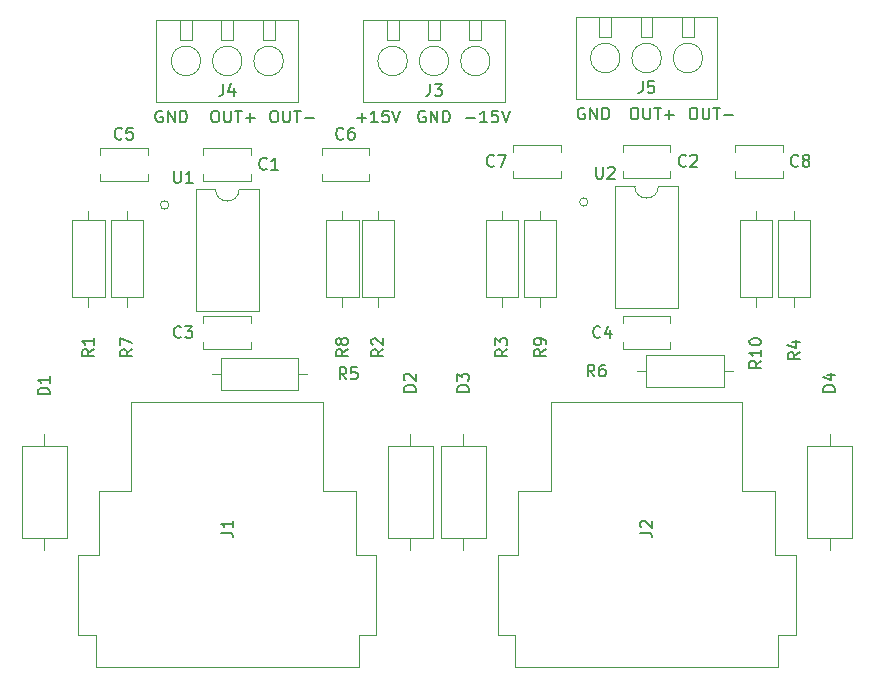
<source format=gbr>
%TF.GenerationSoftware,KiCad,Pcbnew,(5.1.6-0)*%
%TF.CreationDate,2023-05-06T13:17:05-07:00*%
%TF.ProjectId,input_buffer_bal_XLR,696e7075-745f-4627-9566-6665725f6261,rev?*%
%TF.SameCoordinates,Original*%
%TF.FileFunction,Legend,Top*%
%TF.FilePolarity,Positive*%
%FSLAX46Y46*%
G04 Gerber Fmt 4.6, Leading zero omitted, Abs format (unit mm)*
G04 Created by KiCad (PCBNEW (5.1.6-0)) date 2023-05-06 13:17:05*
%MOMM*%
%LPD*%
G01*
G04 APERTURE LIST*
%ADD10C,0.150000*%
%ADD11C,0.120000*%
G04 APERTURE END LIST*
D10*
X124988095Y-111071428D02*
X125750000Y-111071428D01*
X126750000Y-111452380D02*
X126178571Y-111452380D01*
X126464285Y-111452380D02*
X126464285Y-110452380D01*
X126369047Y-110595238D01*
X126273809Y-110690476D01*
X126178571Y-110738095D01*
X127654761Y-110452380D02*
X127178571Y-110452380D01*
X127130952Y-110928571D01*
X127178571Y-110880952D01*
X127273809Y-110833333D01*
X127511904Y-110833333D01*
X127607142Y-110880952D01*
X127654761Y-110928571D01*
X127702380Y-111023809D01*
X127702380Y-111261904D01*
X127654761Y-111357142D01*
X127607142Y-111404761D01*
X127511904Y-111452380D01*
X127273809Y-111452380D01*
X127178571Y-111404761D01*
X127130952Y-111357142D01*
X127988095Y-110452380D02*
X128321428Y-111452380D01*
X128654761Y-110452380D01*
X115738095Y-111071428D02*
X116500000Y-111071428D01*
X116119047Y-111452380D02*
X116119047Y-110690476D01*
X117500000Y-111452380D02*
X116928571Y-111452380D01*
X117214285Y-111452380D02*
X117214285Y-110452380D01*
X117119047Y-110595238D01*
X117023809Y-110690476D01*
X116928571Y-110738095D01*
X118404761Y-110452380D02*
X117928571Y-110452380D01*
X117880952Y-110928571D01*
X117928571Y-110880952D01*
X118023809Y-110833333D01*
X118261904Y-110833333D01*
X118357142Y-110880952D01*
X118404761Y-110928571D01*
X118452380Y-111023809D01*
X118452380Y-111261904D01*
X118404761Y-111357142D01*
X118357142Y-111404761D01*
X118261904Y-111452380D01*
X118023809Y-111452380D01*
X117928571Y-111404761D01*
X117880952Y-111357142D01*
X118738095Y-110452380D02*
X119071428Y-111452380D01*
X119404761Y-110452380D01*
X108630952Y-110452380D02*
X108821428Y-110452380D01*
X108916666Y-110500000D01*
X109011904Y-110595238D01*
X109059523Y-110785714D01*
X109059523Y-111119047D01*
X109011904Y-111309523D01*
X108916666Y-111404761D01*
X108821428Y-111452380D01*
X108630952Y-111452380D01*
X108535714Y-111404761D01*
X108440476Y-111309523D01*
X108392857Y-111119047D01*
X108392857Y-110785714D01*
X108440476Y-110595238D01*
X108535714Y-110500000D01*
X108630952Y-110452380D01*
X109488095Y-110452380D02*
X109488095Y-111261904D01*
X109535714Y-111357142D01*
X109583333Y-111404761D01*
X109678571Y-111452380D01*
X109869047Y-111452380D01*
X109964285Y-111404761D01*
X110011904Y-111357142D01*
X110059523Y-111261904D01*
X110059523Y-110452380D01*
X110392857Y-110452380D02*
X110964285Y-110452380D01*
X110678571Y-111452380D02*
X110678571Y-110452380D01*
X111297619Y-111071428D02*
X112059523Y-111071428D01*
X144130952Y-110202380D02*
X144321428Y-110202380D01*
X144416666Y-110250000D01*
X144511904Y-110345238D01*
X144559523Y-110535714D01*
X144559523Y-110869047D01*
X144511904Y-111059523D01*
X144416666Y-111154761D01*
X144321428Y-111202380D01*
X144130952Y-111202380D01*
X144035714Y-111154761D01*
X143940476Y-111059523D01*
X143892857Y-110869047D01*
X143892857Y-110535714D01*
X143940476Y-110345238D01*
X144035714Y-110250000D01*
X144130952Y-110202380D01*
X144988095Y-110202380D02*
X144988095Y-111011904D01*
X145035714Y-111107142D01*
X145083333Y-111154761D01*
X145178571Y-111202380D01*
X145369047Y-111202380D01*
X145464285Y-111154761D01*
X145511904Y-111107142D01*
X145559523Y-111011904D01*
X145559523Y-110202380D01*
X145892857Y-110202380D02*
X146464285Y-110202380D01*
X146178571Y-111202380D02*
X146178571Y-110202380D01*
X146797619Y-110821428D02*
X147559523Y-110821428D01*
X139130952Y-110202380D02*
X139321428Y-110202380D01*
X139416666Y-110250000D01*
X139511904Y-110345238D01*
X139559523Y-110535714D01*
X139559523Y-110869047D01*
X139511904Y-111059523D01*
X139416666Y-111154761D01*
X139321428Y-111202380D01*
X139130952Y-111202380D01*
X139035714Y-111154761D01*
X138940476Y-111059523D01*
X138892857Y-110869047D01*
X138892857Y-110535714D01*
X138940476Y-110345238D01*
X139035714Y-110250000D01*
X139130952Y-110202380D01*
X139988095Y-110202380D02*
X139988095Y-111011904D01*
X140035714Y-111107142D01*
X140083333Y-111154761D01*
X140178571Y-111202380D01*
X140369047Y-111202380D01*
X140464285Y-111154761D01*
X140511904Y-111107142D01*
X140559523Y-111011904D01*
X140559523Y-110202380D01*
X140892857Y-110202380D02*
X141464285Y-110202380D01*
X141178571Y-111202380D02*
X141178571Y-110202380D01*
X141797619Y-110821428D02*
X142559523Y-110821428D01*
X142178571Y-111202380D02*
X142178571Y-110440476D01*
X103630952Y-110452380D02*
X103821428Y-110452380D01*
X103916666Y-110500000D01*
X104011904Y-110595238D01*
X104059523Y-110785714D01*
X104059523Y-111119047D01*
X104011904Y-111309523D01*
X103916666Y-111404761D01*
X103821428Y-111452380D01*
X103630952Y-111452380D01*
X103535714Y-111404761D01*
X103440476Y-111309523D01*
X103392857Y-111119047D01*
X103392857Y-110785714D01*
X103440476Y-110595238D01*
X103535714Y-110500000D01*
X103630952Y-110452380D01*
X104488095Y-110452380D02*
X104488095Y-111261904D01*
X104535714Y-111357142D01*
X104583333Y-111404761D01*
X104678571Y-111452380D01*
X104869047Y-111452380D01*
X104964285Y-111404761D01*
X105011904Y-111357142D01*
X105059523Y-111261904D01*
X105059523Y-110452380D01*
X105392857Y-110452380D02*
X105964285Y-110452380D01*
X105678571Y-111452380D02*
X105678571Y-110452380D01*
X106297619Y-111071428D02*
X107059523Y-111071428D01*
X106678571Y-111452380D02*
X106678571Y-110690476D01*
X134988095Y-110250000D02*
X134892857Y-110202380D01*
X134750000Y-110202380D01*
X134607142Y-110250000D01*
X134511904Y-110345238D01*
X134464285Y-110440476D01*
X134416666Y-110630952D01*
X134416666Y-110773809D01*
X134464285Y-110964285D01*
X134511904Y-111059523D01*
X134607142Y-111154761D01*
X134750000Y-111202380D01*
X134845238Y-111202380D01*
X134988095Y-111154761D01*
X135035714Y-111107142D01*
X135035714Y-110773809D01*
X134845238Y-110773809D01*
X135464285Y-111202380D02*
X135464285Y-110202380D01*
X136035714Y-111202380D01*
X136035714Y-110202380D01*
X136511904Y-111202380D02*
X136511904Y-110202380D01*
X136750000Y-110202380D01*
X136892857Y-110250000D01*
X136988095Y-110345238D01*
X137035714Y-110440476D01*
X137083333Y-110630952D01*
X137083333Y-110773809D01*
X137035714Y-110964285D01*
X136988095Y-111059523D01*
X136892857Y-111154761D01*
X136750000Y-111202380D01*
X136511904Y-111202380D01*
X121488095Y-110500000D02*
X121392857Y-110452380D01*
X121250000Y-110452380D01*
X121107142Y-110500000D01*
X121011904Y-110595238D01*
X120964285Y-110690476D01*
X120916666Y-110880952D01*
X120916666Y-111023809D01*
X120964285Y-111214285D01*
X121011904Y-111309523D01*
X121107142Y-111404761D01*
X121250000Y-111452380D01*
X121345238Y-111452380D01*
X121488095Y-111404761D01*
X121535714Y-111357142D01*
X121535714Y-111023809D01*
X121345238Y-111023809D01*
X121964285Y-111452380D02*
X121964285Y-110452380D01*
X122535714Y-111452380D01*
X122535714Y-110452380D01*
X123011904Y-111452380D02*
X123011904Y-110452380D01*
X123250000Y-110452380D01*
X123392857Y-110500000D01*
X123488095Y-110595238D01*
X123535714Y-110690476D01*
X123583333Y-110880952D01*
X123583333Y-111023809D01*
X123535714Y-111214285D01*
X123488095Y-111309523D01*
X123392857Y-111404761D01*
X123250000Y-111452380D01*
X123011904Y-111452380D01*
X99238095Y-110500000D02*
X99142857Y-110452380D01*
X99000000Y-110452380D01*
X98857142Y-110500000D01*
X98761904Y-110595238D01*
X98714285Y-110690476D01*
X98666666Y-110880952D01*
X98666666Y-111023809D01*
X98714285Y-111214285D01*
X98761904Y-111309523D01*
X98857142Y-111404761D01*
X99000000Y-111452380D01*
X99095238Y-111452380D01*
X99238095Y-111404761D01*
X99285714Y-111357142D01*
X99285714Y-111023809D01*
X99095238Y-111023809D01*
X99714285Y-111452380D02*
X99714285Y-110452380D01*
X100285714Y-111452380D01*
X100285714Y-110452380D01*
X100761904Y-111452380D02*
X100761904Y-110452380D01*
X101000000Y-110452380D01*
X101142857Y-110500000D01*
X101238095Y-110595238D01*
X101285714Y-110690476D01*
X101333333Y-110880952D01*
X101333333Y-111023809D01*
X101285714Y-111214285D01*
X101238095Y-111309523D01*
X101142857Y-111404761D01*
X101000000Y-111452380D01*
X100761904Y-111452380D01*
D11*
%TO.C,R6*%
X147540000Y-132500000D02*
X146770000Y-132500000D01*
X139460000Y-132500000D02*
X140230000Y-132500000D01*
X146770000Y-131130000D02*
X140230000Y-131130000D01*
X146770000Y-133870000D02*
X146770000Y-131130000D01*
X140230000Y-133870000D02*
X146770000Y-133870000D01*
X140230000Y-131130000D02*
X140230000Y-133870000D01*
%TO.C,U2*%
X139250000Y-116860000D02*
X137600000Y-116860000D01*
X137600000Y-116860000D02*
X137600000Y-127140000D01*
X137600000Y-127140000D02*
X142900000Y-127140000D01*
X142900000Y-127140000D02*
X142900000Y-116860000D01*
X142900000Y-116860000D02*
X141250000Y-116860000D01*
X135293553Y-118190000D02*
G75*
G03*
X135293553Y-118190000I-353553J0D01*
G01*
X141250000Y-116860000D02*
G75*
G02*
X139250000Y-116860000I-1000000J0D01*
G01*
%TO.C,U1*%
X103750000Y-117110000D02*
X102100000Y-117110000D01*
X102100000Y-117110000D02*
X102100000Y-127390000D01*
X102100000Y-127390000D02*
X107400000Y-127390000D01*
X107400000Y-127390000D02*
X107400000Y-117110000D01*
X107400000Y-117110000D02*
X105750000Y-117110000D01*
X99793553Y-118440000D02*
G75*
G03*
X99793553Y-118440000I-353553J0D01*
G01*
X105750000Y-117110000D02*
G75*
G02*
X103750000Y-117110000I-1000000J0D01*
G01*
%TO.C,R10*%
X149500000Y-118960000D02*
X149500000Y-119730000D01*
X149500000Y-127040000D02*
X149500000Y-126270000D01*
X148130000Y-119730000D02*
X148130000Y-126270000D01*
X150870000Y-119730000D02*
X148130000Y-119730000D01*
X150870000Y-126270000D02*
X150870000Y-119730000D01*
X148130000Y-126270000D02*
X150870000Y-126270000D01*
%TO.C,R9*%
X131250000Y-127040000D02*
X131250000Y-126270000D01*
X131250000Y-118960000D02*
X131250000Y-119730000D01*
X132620000Y-126270000D02*
X132620000Y-119730000D01*
X129880000Y-126270000D02*
X132620000Y-126270000D01*
X129880000Y-119730000D02*
X129880000Y-126270000D01*
X132620000Y-119730000D02*
X129880000Y-119730000D01*
%TO.C,R8*%
X114500000Y-118960000D02*
X114500000Y-119730000D01*
X114500000Y-127040000D02*
X114500000Y-126270000D01*
X113130000Y-119730000D02*
X113130000Y-126270000D01*
X115870000Y-119730000D02*
X113130000Y-119730000D01*
X115870000Y-126270000D02*
X115870000Y-119730000D01*
X113130000Y-126270000D02*
X115870000Y-126270000D01*
%TO.C,R7*%
X96250000Y-127040000D02*
X96250000Y-126270000D01*
X96250000Y-118960000D02*
X96250000Y-119730000D01*
X97620000Y-126270000D02*
X97620000Y-119730000D01*
X94880000Y-126270000D02*
X97620000Y-126270000D01*
X94880000Y-119730000D02*
X94880000Y-126270000D01*
X97620000Y-119730000D02*
X94880000Y-119730000D01*
%TO.C,R5*%
X111540000Y-132750000D02*
X110770000Y-132750000D01*
X103460000Y-132750000D02*
X104230000Y-132750000D01*
X110770000Y-131380000D02*
X104230000Y-131380000D01*
X110770000Y-134120000D02*
X110770000Y-131380000D01*
X104230000Y-134120000D02*
X110770000Y-134120000D01*
X104230000Y-131380000D02*
X104230000Y-134120000D01*
%TO.C,R4*%
X152750000Y-127040000D02*
X152750000Y-126270000D01*
X152750000Y-118960000D02*
X152750000Y-119730000D01*
X154120000Y-126270000D02*
X154120000Y-119730000D01*
X151380000Y-126270000D02*
X154120000Y-126270000D01*
X151380000Y-119730000D02*
X151380000Y-126270000D01*
X154120000Y-119730000D02*
X151380000Y-119730000D01*
%TO.C,R3*%
X128000000Y-127040000D02*
X128000000Y-126270000D01*
X128000000Y-118960000D02*
X128000000Y-119730000D01*
X129370000Y-126270000D02*
X129370000Y-119730000D01*
X126630000Y-126270000D02*
X129370000Y-126270000D01*
X126630000Y-119730000D02*
X126630000Y-126270000D01*
X129370000Y-119730000D02*
X126630000Y-119730000D01*
%TO.C,R2*%
X117500000Y-127040000D02*
X117500000Y-126270000D01*
X117500000Y-118960000D02*
X117500000Y-119730000D01*
X118870000Y-126270000D02*
X118870000Y-119730000D01*
X116130000Y-126270000D02*
X118870000Y-126270000D01*
X116130000Y-119730000D02*
X116130000Y-126270000D01*
X118870000Y-119730000D02*
X116130000Y-119730000D01*
%TO.C,R1*%
X93000000Y-127040000D02*
X93000000Y-126270000D01*
X93000000Y-118960000D02*
X93000000Y-119730000D01*
X94370000Y-126270000D02*
X94370000Y-119730000D01*
X91630000Y-126270000D02*
X94370000Y-126270000D01*
X91630000Y-119730000D02*
X91630000Y-126270000D01*
X94370000Y-119730000D02*
X91630000Y-119730000D01*
%TO.C,J2*%
X127630000Y-154860000D02*
X127630000Y-148120000D01*
X152870000Y-154860000D02*
X152870000Y-148120000D01*
X151120000Y-148120000D02*
X152870000Y-148120000D01*
X127630000Y-148120000D02*
X129380000Y-148120000D01*
X151370000Y-154860000D02*
X151370000Y-157560000D01*
X129130000Y-154860000D02*
X129130000Y-157560000D01*
X129130000Y-154860000D02*
X127630000Y-154860000D01*
X152870000Y-154860000D02*
X151370000Y-154860000D01*
X151370000Y-157560000D02*
X129130000Y-157560000D01*
X132130000Y-142620000D02*
X132130000Y-135120000D01*
X148370000Y-135120000D02*
X132130000Y-135120000D01*
X151120000Y-148120000D02*
X151120000Y-142620000D01*
X148370000Y-142620000D02*
X148370000Y-135120000D01*
X132130000Y-142620000D02*
X129380000Y-142620000D01*
X129380000Y-148120000D02*
X129380000Y-142620000D01*
X151120000Y-142620000D02*
X148370000Y-142620000D01*
%TO.C,J1*%
X92130000Y-154860000D02*
X92130000Y-148120000D01*
X117370000Y-154860000D02*
X117370000Y-148120000D01*
X115620000Y-148120000D02*
X117370000Y-148120000D01*
X92130000Y-148120000D02*
X93880000Y-148120000D01*
X115870000Y-154860000D02*
X115870000Y-157560000D01*
X93630000Y-154860000D02*
X93630000Y-157560000D01*
X93630000Y-154860000D02*
X92130000Y-154860000D01*
X117370000Y-154860000D02*
X115870000Y-154860000D01*
X115870000Y-157560000D02*
X93630000Y-157560000D01*
X96630000Y-142620000D02*
X96630000Y-135120000D01*
X112870000Y-135120000D02*
X96630000Y-135120000D01*
X115620000Y-148120000D02*
X115620000Y-142620000D01*
X112870000Y-142620000D02*
X112870000Y-135120000D01*
X96630000Y-142620000D02*
X93880000Y-142620000D01*
X93880000Y-148120000D02*
X93880000Y-142620000D01*
X115620000Y-142620000D02*
X112870000Y-142620000D01*
%TO.C,D4*%
X155750000Y-137840000D02*
X155750000Y-138830000D01*
X155750000Y-147660000D02*
X155750000Y-146670000D01*
X153830000Y-138830000D02*
X153830000Y-146670000D01*
X157670000Y-138830000D02*
X153830000Y-138830000D01*
X157670000Y-146670000D02*
X157670000Y-138830000D01*
X153830000Y-146670000D02*
X157670000Y-146670000D01*
%TO.C,D3*%
X124750000Y-147660000D02*
X124750000Y-146670000D01*
X124750000Y-137840000D02*
X124750000Y-138830000D01*
X126670000Y-146670000D02*
X126670000Y-138830000D01*
X122830000Y-146670000D02*
X126670000Y-146670000D01*
X122830000Y-138830000D02*
X122830000Y-146670000D01*
X126670000Y-138830000D02*
X122830000Y-138830000D01*
%TO.C,D2*%
X120250000Y-137840000D02*
X120250000Y-138830000D01*
X120250000Y-147660000D02*
X120250000Y-146670000D01*
X118330000Y-138830000D02*
X118330000Y-146670000D01*
X122170000Y-138830000D02*
X118330000Y-138830000D01*
X122170000Y-146670000D02*
X122170000Y-138830000D01*
X118330000Y-146670000D02*
X122170000Y-146670000D01*
%TO.C,D1*%
X89250000Y-147660000D02*
X89250000Y-146670000D01*
X89250000Y-137840000D02*
X89250000Y-138830000D01*
X91170000Y-146670000D02*
X91170000Y-138830000D01*
X87330000Y-146670000D02*
X91170000Y-146670000D01*
X87330000Y-138830000D02*
X87330000Y-146670000D01*
X91170000Y-138830000D02*
X87330000Y-138830000D01*
%TO.C,C8*%
X147730000Y-113330000D02*
X151770000Y-113330000D01*
X147730000Y-116170000D02*
X151770000Y-116170000D01*
X147730000Y-113330000D02*
X147730000Y-113955000D01*
X147730000Y-115545000D02*
X147730000Y-116170000D01*
X151770000Y-113330000D02*
X151770000Y-113955000D01*
X151770000Y-115545000D02*
X151770000Y-116170000D01*
%TO.C,C7*%
X128980000Y-113330000D02*
X133020000Y-113330000D01*
X128980000Y-116170000D02*
X133020000Y-116170000D01*
X128980000Y-113330000D02*
X128980000Y-113955000D01*
X128980000Y-115545000D02*
X128980000Y-116170000D01*
X133020000Y-113330000D02*
X133020000Y-113955000D01*
X133020000Y-115545000D02*
X133020000Y-116170000D01*
%TO.C,C6*%
X112730000Y-113580000D02*
X116770000Y-113580000D01*
X112730000Y-116420000D02*
X116770000Y-116420000D01*
X112730000Y-113580000D02*
X112730000Y-114205000D01*
X112730000Y-115795000D02*
X112730000Y-116420000D01*
X116770000Y-113580000D02*
X116770000Y-114205000D01*
X116770000Y-115795000D02*
X116770000Y-116420000D01*
%TO.C,C5*%
X93980000Y-113580000D02*
X98020000Y-113580000D01*
X93980000Y-116420000D02*
X98020000Y-116420000D01*
X93980000Y-113580000D02*
X93980000Y-114205000D01*
X93980000Y-115795000D02*
X93980000Y-116420000D01*
X98020000Y-113580000D02*
X98020000Y-114205000D01*
X98020000Y-115795000D02*
X98020000Y-116420000D01*
%TO.C,C4*%
X142270000Y-130670000D02*
X138230000Y-130670000D01*
X142270000Y-127830000D02*
X138230000Y-127830000D01*
X142270000Y-130670000D02*
X142270000Y-130045000D01*
X142270000Y-128455000D02*
X142270000Y-127830000D01*
X138230000Y-130670000D02*
X138230000Y-130045000D01*
X138230000Y-128455000D02*
X138230000Y-127830000D01*
%TO.C,C3*%
X106770000Y-130670000D02*
X102730000Y-130670000D01*
X106770000Y-127830000D02*
X102730000Y-127830000D01*
X106770000Y-130670000D02*
X106770000Y-130045000D01*
X106770000Y-128455000D02*
X106770000Y-127830000D01*
X102730000Y-130670000D02*
X102730000Y-130045000D01*
X102730000Y-128455000D02*
X102730000Y-127830000D01*
%TO.C,C2*%
X142270000Y-116170000D02*
X138230000Y-116170000D01*
X142270000Y-113330000D02*
X138230000Y-113330000D01*
X142270000Y-116170000D02*
X142270000Y-115545000D01*
X142270000Y-113955000D02*
X142270000Y-113330000D01*
X138230000Y-116170000D02*
X138230000Y-115545000D01*
X138230000Y-113955000D02*
X138230000Y-113330000D01*
%TO.C,C1*%
X106770000Y-116420000D02*
X102730000Y-116420000D01*
X106770000Y-113580000D02*
X102730000Y-113580000D01*
X106770000Y-116420000D02*
X106770000Y-115795000D01*
X106770000Y-114205000D02*
X106770000Y-113580000D01*
X102730000Y-116420000D02*
X102730000Y-115795000D01*
X102730000Y-114205000D02*
X102730000Y-113580000D01*
%TO.C,J5*%
X134250000Y-109500000D02*
X134250000Y-102500000D01*
X146250000Y-109500000D02*
X146250000Y-102500000D01*
X134250000Y-102500000D02*
X146250000Y-102500000D01*
X134250000Y-109500000D02*
X146250000Y-109500000D01*
X138000000Y-106000000D02*
G75*
G03*
X138000000Y-106000000I-1250000J0D01*
G01*
X141500000Y-106000000D02*
G75*
G03*
X141500000Y-106000000I-1250000J0D01*
G01*
X145000000Y-106000000D02*
G75*
G03*
X145000000Y-106000000I-1250000J0D01*
G01*
X144250000Y-104250000D02*
X143250000Y-104250000D01*
X143250000Y-104250000D02*
X143250000Y-102500000D01*
X144250000Y-104250000D02*
X144250000Y-102500000D01*
X140750000Y-102500000D02*
X140750000Y-104250000D01*
X140750000Y-104250000D02*
X139750000Y-104250000D01*
X139750000Y-104250000D02*
X139750000Y-102500000D01*
X137250000Y-102500000D02*
X137250000Y-104250000D01*
X137250000Y-104250000D02*
X136250000Y-104250000D01*
X136250000Y-104250000D02*
X136250000Y-102500000D01*
%TO.C,J4*%
X98750000Y-109750000D02*
X98750000Y-102750000D01*
X110750000Y-109750000D02*
X110750000Y-102750000D01*
X98750000Y-102750000D02*
X110750000Y-102750000D01*
X98750000Y-109750000D02*
X110750000Y-109750000D01*
X102500000Y-106250000D02*
G75*
G03*
X102500000Y-106250000I-1250000J0D01*
G01*
X106000000Y-106250000D02*
G75*
G03*
X106000000Y-106250000I-1250000J0D01*
G01*
X109500000Y-106250000D02*
G75*
G03*
X109500000Y-106250000I-1250000J0D01*
G01*
X108750000Y-104500000D02*
X107750000Y-104500000D01*
X107750000Y-104500000D02*
X107750000Y-102750000D01*
X108750000Y-104500000D02*
X108750000Y-102750000D01*
X105250000Y-102750000D02*
X105250000Y-104500000D01*
X105250000Y-104500000D02*
X104250000Y-104500000D01*
X104250000Y-104500000D02*
X104250000Y-102750000D01*
X101750000Y-102750000D02*
X101750000Y-104500000D01*
X101750000Y-104500000D02*
X100750000Y-104500000D01*
X100750000Y-104500000D02*
X100750000Y-102750000D01*
%TO.C,J3*%
X116250000Y-109750000D02*
X116250000Y-102750000D01*
X128250000Y-109750000D02*
X128250000Y-102750000D01*
X116250000Y-102750000D02*
X128250000Y-102750000D01*
X116250000Y-109750000D02*
X128250000Y-109750000D01*
X120000000Y-106250000D02*
G75*
G03*
X120000000Y-106250000I-1250000J0D01*
G01*
X123500000Y-106250000D02*
G75*
G03*
X123500000Y-106250000I-1250000J0D01*
G01*
X127000000Y-106250000D02*
G75*
G03*
X127000000Y-106250000I-1250000J0D01*
G01*
X126250000Y-104500000D02*
X125250000Y-104500000D01*
X125250000Y-104500000D02*
X125250000Y-102750000D01*
X126250000Y-104500000D02*
X126250000Y-102750000D01*
X122750000Y-102750000D02*
X122750000Y-104500000D01*
X122750000Y-104500000D02*
X121750000Y-104500000D01*
X121750000Y-104500000D02*
X121750000Y-102750000D01*
X119250000Y-102750000D02*
X119250000Y-104500000D01*
X119250000Y-104500000D02*
X118250000Y-104500000D01*
X118250000Y-104500000D02*
X118250000Y-102750000D01*
%TO.C,R6*%
D10*
X135833333Y-132952380D02*
X135500000Y-132476190D01*
X135261904Y-132952380D02*
X135261904Y-131952380D01*
X135642857Y-131952380D01*
X135738095Y-132000000D01*
X135785714Y-132047619D01*
X135833333Y-132142857D01*
X135833333Y-132285714D01*
X135785714Y-132380952D01*
X135738095Y-132428571D01*
X135642857Y-132476190D01*
X135261904Y-132476190D01*
X136690476Y-131952380D02*
X136500000Y-131952380D01*
X136404761Y-132000000D01*
X136357142Y-132047619D01*
X136261904Y-132190476D01*
X136214285Y-132380952D01*
X136214285Y-132761904D01*
X136261904Y-132857142D01*
X136309523Y-132904761D01*
X136404761Y-132952380D01*
X136595238Y-132952380D01*
X136690476Y-132904761D01*
X136738095Y-132857142D01*
X136785714Y-132761904D01*
X136785714Y-132523809D01*
X136738095Y-132428571D01*
X136690476Y-132380952D01*
X136595238Y-132333333D01*
X136404761Y-132333333D01*
X136309523Y-132380952D01*
X136261904Y-132428571D01*
X136214285Y-132523809D01*
%TO.C,U2*%
X135988095Y-115202380D02*
X135988095Y-116011904D01*
X136035714Y-116107142D01*
X136083333Y-116154761D01*
X136178571Y-116202380D01*
X136369047Y-116202380D01*
X136464285Y-116154761D01*
X136511904Y-116107142D01*
X136559523Y-116011904D01*
X136559523Y-115202380D01*
X136988095Y-115297619D02*
X137035714Y-115250000D01*
X137130952Y-115202380D01*
X137369047Y-115202380D01*
X137464285Y-115250000D01*
X137511904Y-115297619D01*
X137559523Y-115392857D01*
X137559523Y-115488095D01*
X137511904Y-115630952D01*
X136940476Y-116202380D01*
X137559523Y-116202380D01*
%TO.C,U1*%
X100238095Y-115562380D02*
X100238095Y-116371904D01*
X100285714Y-116467142D01*
X100333333Y-116514761D01*
X100428571Y-116562380D01*
X100619047Y-116562380D01*
X100714285Y-116514761D01*
X100761904Y-116467142D01*
X100809523Y-116371904D01*
X100809523Y-115562380D01*
X101809523Y-116562380D02*
X101238095Y-116562380D01*
X101523809Y-116562380D02*
X101523809Y-115562380D01*
X101428571Y-115705238D01*
X101333333Y-115800476D01*
X101238095Y-115848095D01*
%TO.C,R10*%
X149952380Y-131642857D02*
X149476190Y-131976190D01*
X149952380Y-132214285D02*
X148952380Y-132214285D01*
X148952380Y-131833333D01*
X149000000Y-131738095D01*
X149047619Y-131690476D01*
X149142857Y-131642857D01*
X149285714Y-131642857D01*
X149380952Y-131690476D01*
X149428571Y-131738095D01*
X149476190Y-131833333D01*
X149476190Y-132214285D01*
X149952380Y-130690476D02*
X149952380Y-131261904D01*
X149952380Y-130976190D02*
X148952380Y-130976190D01*
X149095238Y-131071428D01*
X149190476Y-131166666D01*
X149238095Y-131261904D01*
X148952380Y-130071428D02*
X148952380Y-129976190D01*
X149000000Y-129880952D01*
X149047619Y-129833333D01*
X149142857Y-129785714D01*
X149333333Y-129738095D01*
X149571428Y-129738095D01*
X149761904Y-129785714D01*
X149857142Y-129833333D01*
X149904761Y-129880952D01*
X149952380Y-129976190D01*
X149952380Y-130071428D01*
X149904761Y-130166666D01*
X149857142Y-130214285D01*
X149761904Y-130261904D01*
X149571428Y-130309523D01*
X149333333Y-130309523D01*
X149142857Y-130261904D01*
X149047619Y-130214285D01*
X149000000Y-130166666D01*
X148952380Y-130071428D01*
%TO.C,R9*%
X131702380Y-130666666D02*
X131226190Y-131000000D01*
X131702380Y-131238095D02*
X130702380Y-131238095D01*
X130702380Y-130857142D01*
X130750000Y-130761904D01*
X130797619Y-130714285D01*
X130892857Y-130666666D01*
X131035714Y-130666666D01*
X131130952Y-130714285D01*
X131178571Y-130761904D01*
X131226190Y-130857142D01*
X131226190Y-131238095D01*
X131702380Y-130190476D02*
X131702380Y-130000000D01*
X131654761Y-129904761D01*
X131607142Y-129857142D01*
X131464285Y-129761904D01*
X131273809Y-129714285D01*
X130892857Y-129714285D01*
X130797619Y-129761904D01*
X130750000Y-129809523D01*
X130702380Y-129904761D01*
X130702380Y-130095238D01*
X130750000Y-130190476D01*
X130797619Y-130238095D01*
X130892857Y-130285714D01*
X131130952Y-130285714D01*
X131226190Y-130238095D01*
X131273809Y-130190476D01*
X131321428Y-130095238D01*
X131321428Y-129904761D01*
X131273809Y-129809523D01*
X131226190Y-129761904D01*
X131130952Y-129714285D01*
%TO.C,R8*%
X114952380Y-130666666D02*
X114476190Y-131000000D01*
X114952380Y-131238095D02*
X113952380Y-131238095D01*
X113952380Y-130857142D01*
X114000000Y-130761904D01*
X114047619Y-130714285D01*
X114142857Y-130666666D01*
X114285714Y-130666666D01*
X114380952Y-130714285D01*
X114428571Y-130761904D01*
X114476190Y-130857142D01*
X114476190Y-131238095D01*
X114380952Y-130095238D02*
X114333333Y-130190476D01*
X114285714Y-130238095D01*
X114190476Y-130285714D01*
X114142857Y-130285714D01*
X114047619Y-130238095D01*
X114000000Y-130190476D01*
X113952380Y-130095238D01*
X113952380Y-129904761D01*
X114000000Y-129809523D01*
X114047619Y-129761904D01*
X114142857Y-129714285D01*
X114190476Y-129714285D01*
X114285714Y-129761904D01*
X114333333Y-129809523D01*
X114380952Y-129904761D01*
X114380952Y-130095238D01*
X114428571Y-130190476D01*
X114476190Y-130238095D01*
X114571428Y-130285714D01*
X114761904Y-130285714D01*
X114857142Y-130238095D01*
X114904761Y-130190476D01*
X114952380Y-130095238D01*
X114952380Y-129904761D01*
X114904761Y-129809523D01*
X114857142Y-129761904D01*
X114761904Y-129714285D01*
X114571428Y-129714285D01*
X114476190Y-129761904D01*
X114428571Y-129809523D01*
X114380952Y-129904761D01*
%TO.C,R7*%
X96702380Y-130666666D02*
X96226190Y-131000000D01*
X96702380Y-131238095D02*
X95702380Y-131238095D01*
X95702380Y-130857142D01*
X95750000Y-130761904D01*
X95797619Y-130714285D01*
X95892857Y-130666666D01*
X96035714Y-130666666D01*
X96130952Y-130714285D01*
X96178571Y-130761904D01*
X96226190Y-130857142D01*
X96226190Y-131238095D01*
X95702380Y-130333333D02*
X95702380Y-129666666D01*
X96702380Y-130095238D01*
%TO.C,R5*%
X114833333Y-133202380D02*
X114500000Y-132726190D01*
X114261904Y-133202380D02*
X114261904Y-132202380D01*
X114642857Y-132202380D01*
X114738095Y-132250000D01*
X114785714Y-132297619D01*
X114833333Y-132392857D01*
X114833333Y-132535714D01*
X114785714Y-132630952D01*
X114738095Y-132678571D01*
X114642857Y-132726190D01*
X114261904Y-132726190D01*
X115738095Y-132202380D02*
X115261904Y-132202380D01*
X115214285Y-132678571D01*
X115261904Y-132630952D01*
X115357142Y-132583333D01*
X115595238Y-132583333D01*
X115690476Y-132630952D01*
X115738095Y-132678571D01*
X115785714Y-132773809D01*
X115785714Y-133011904D01*
X115738095Y-133107142D01*
X115690476Y-133154761D01*
X115595238Y-133202380D01*
X115357142Y-133202380D01*
X115261904Y-133154761D01*
X115214285Y-133107142D01*
%TO.C,R4*%
X153202380Y-130916666D02*
X152726190Y-131250000D01*
X153202380Y-131488095D02*
X152202380Y-131488095D01*
X152202380Y-131107142D01*
X152250000Y-131011904D01*
X152297619Y-130964285D01*
X152392857Y-130916666D01*
X152535714Y-130916666D01*
X152630952Y-130964285D01*
X152678571Y-131011904D01*
X152726190Y-131107142D01*
X152726190Y-131488095D01*
X152535714Y-130059523D02*
X153202380Y-130059523D01*
X152154761Y-130297619D02*
X152869047Y-130535714D01*
X152869047Y-129916666D01*
%TO.C,R3*%
X128452380Y-130666666D02*
X127976190Y-131000000D01*
X128452380Y-131238095D02*
X127452380Y-131238095D01*
X127452380Y-130857142D01*
X127500000Y-130761904D01*
X127547619Y-130714285D01*
X127642857Y-130666666D01*
X127785714Y-130666666D01*
X127880952Y-130714285D01*
X127928571Y-130761904D01*
X127976190Y-130857142D01*
X127976190Y-131238095D01*
X127452380Y-130333333D02*
X127452380Y-129714285D01*
X127833333Y-130047619D01*
X127833333Y-129904761D01*
X127880952Y-129809523D01*
X127928571Y-129761904D01*
X128023809Y-129714285D01*
X128261904Y-129714285D01*
X128357142Y-129761904D01*
X128404761Y-129809523D01*
X128452380Y-129904761D01*
X128452380Y-130190476D01*
X128404761Y-130285714D01*
X128357142Y-130333333D01*
%TO.C,R2*%
X117952380Y-130666666D02*
X117476190Y-131000000D01*
X117952380Y-131238095D02*
X116952380Y-131238095D01*
X116952380Y-130857142D01*
X117000000Y-130761904D01*
X117047619Y-130714285D01*
X117142857Y-130666666D01*
X117285714Y-130666666D01*
X117380952Y-130714285D01*
X117428571Y-130761904D01*
X117476190Y-130857142D01*
X117476190Y-131238095D01*
X117047619Y-130285714D02*
X117000000Y-130238095D01*
X116952380Y-130142857D01*
X116952380Y-129904761D01*
X117000000Y-129809523D01*
X117047619Y-129761904D01*
X117142857Y-129714285D01*
X117238095Y-129714285D01*
X117380952Y-129761904D01*
X117952380Y-130333333D01*
X117952380Y-129714285D01*
%TO.C,R1*%
X93452380Y-130666666D02*
X92976190Y-131000000D01*
X93452380Y-131238095D02*
X92452380Y-131238095D01*
X92452380Y-130857142D01*
X92500000Y-130761904D01*
X92547619Y-130714285D01*
X92642857Y-130666666D01*
X92785714Y-130666666D01*
X92880952Y-130714285D01*
X92928571Y-130761904D01*
X92976190Y-130857142D01*
X92976190Y-131238095D01*
X93452380Y-129714285D02*
X93452380Y-130285714D01*
X93452380Y-130000000D02*
X92452380Y-130000000D01*
X92595238Y-130095238D01*
X92690476Y-130190476D01*
X92738095Y-130285714D01*
%TO.C,J2*%
X139712380Y-146173333D02*
X140426666Y-146173333D01*
X140569523Y-146220952D01*
X140664761Y-146316190D01*
X140712380Y-146459047D01*
X140712380Y-146554285D01*
X139807619Y-145744761D02*
X139760000Y-145697142D01*
X139712380Y-145601904D01*
X139712380Y-145363809D01*
X139760000Y-145268571D01*
X139807619Y-145220952D01*
X139902857Y-145173333D01*
X139998095Y-145173333D01*
X140140952Y-145220952D01*
X140712380Y-145792380D01*
X140712380Y-145173333D01*
%TO.C,J1*%
X104212380Y-146173333D02*
X104926666Y-146173333D01*
X105069523Y-146220952D01*
X105164761Y-146316190D01*
X105212380Y-146459047D01*
X105212380Y-146554285D01*
X105212380Y-145173333D02*
X105212380Y-145744761D01*
X105212380Y-145459047D02*
X104212380Y-145459047D01*
X104355238Y-145554285D01*
X104450476Y-145649523D01*
X104498095Y-145744761D01*
%TO.C,D4*%
X156202380Y-134238095D02*
X155202380Y-134238095D01*
X155202380Y-134000000D01*
X155250000Y-133857142D01*
X155345238Y-133761904D01*
X155440476Y-133714285D01*
X155630952Y-133666666D01*
X155773809Y-133666666D01*
X155964285Y-133714285D01*
X156059523Y-133761904D01*
X156154761Y-133857142D01*
X156202380Y-134000000D01*
X156202380Y-134238095D01*
X155535714Y-132809523D02*
X156202380Y-132809523D01*
X155154761Y-133047619D02*
X155869047Y-133285714D01*
X155869047Y-132666666D01*
%TO.C,D3*%
X125202380Y-134238095D02*
X124202380Y-134238095D01*
X124202380Y-134000000D01*
X124250000Y-133857142D01*
X124345238Y-133761904D01*
X124440476Y-133714285D01*
X124630952Y-133666666D01*
X124773809Y-133666666D01*
X124964285Y-133714285D01*
X125059523Y-133761904D01*
X125154761Y-133857142D01*
X125202380Y-134000000D01*
X125202380Y-134238095D01*
X124202380Y-133333333D02*
X124202380Y-132714285D01*
X124583333Y-133047619D01*
X124583333Y-132904761D01*
X124630952Y-132809523D01*
X124678571Y-132761904D01*
X124773809Y-132714285D01*
X125011904Y-132714285D01*
X125107142Y-132761904D01*
X125154761Y-132809523D01*
X125202380Y-132904761D01*
X125202380Y-133190476D01*
X125154761Y-133285714D01*
X125107142Y-133333333D01*
%TO.C,D2*%
X120702380Y-134238095D02*
X119702380Y-134238095D01*
X119702380Y-134000000D01*
X119750000Y-133857142D01*
X119845238Y-133761904D01*
X119940476Y-133714285D01*
X120130952Y-133666666D01*
X120273809Y-133666666D01*
X120464285Y-133714285D01*
X120559523Y-133761904D01*
X120654761Y-133857142D01*
X120702380Y-134000000D01*
X120702380Y-134238095D01*
X119797619Y-133285714D02*
X119750000Y-133238095D01*
X119702380Y-133142857D01*
X119702380Y-132904761D01*
X119750000Y-132809523D01*
X119797619Y-132761904D01*
X119892857Y-132714285D01*
X119988095Y-132714285D01*
X120130952Y-132761904D01*
X120702380Y-133333333D01*
X120702380Y-132714285D01*
%TO.C,D1*%
X89702380Y-134488095D02*
X88702380Y-134488095D01*
X88702380Y-134250000D01*
X88750000Y-134107142D01*
X88845238Y-134011904D01*
X88940476Y-133964285D01*
X89130952Y-133916666D01*
X89273809Y-133916666D01*
X89464285Y-133964285D01*
X89559523Y-134011904D01*
X89654761Y-134107142D01*
X89702380Y-134250000D01*
X89702380Y-134488095D01*
X89702380Y-132964285D02*
X89702380Y-133535714D01*
X89702380Y-133250000D02*
X88702380Y-133250000D01*
X88845238Y-133345238D01*
X88940476Y-133440476D01*
X88988095Y-133535714D01*
%TO.C,C8*%
X153083333Y-115107142D02*
X153035714Y-115154761D01*
X152892857Y-115202380D01*
X152797619Y-115202380D01*
X152654761Y-115154761D01*
X152559523Y-115059523D01*
X152511904Y-114964285D01*
X152464285Y-114773809D01*
X152464285Y-114630952D01*
X152511904Y-114440476D01*
X152559523Y-114345238D01*
X152654761Y-114250000D01*
X152797619Y-114202380D01*
X152892857Y-114202380D01*
X153035714Y-114250000D01*
X153083333Y-114297619D01*
X153654761Y-114630952D02*
X153559523Y-114583333D01*
X153511904Y-114535714D01*
X153464285Y-114440476D01*
X153464285Y-114392857D01*
X153511904Y-114297619D01*
X153559523Y-114250000D01*
X153654761Y-114202380D01*
X153845238Y-114202380D01*
X153940476Y-114250000D01*
X153988095Y-114297619D01*
X154035714Y-114392857D01*
X154035714Y-114440476D01*
X153988095Y-114535714D01*
X153940476Y-114583333D01*
X153845238Y-114630952D01*
X153654761Y-114630952D01*
X153559523Y-114678571D01*
X153511904Y-114726190D01*
X153464285Y-114821428D01*
X153464285Y-115011904D01*
X153511904Y-115107142D01*
X153559523Y-115154761D01*
X153654761Y-115202380D01*
X153845238Y-115202380D01*
X153940476Y-115154761D01*
X153988095Y-115107142D01*
X154035714Y-115011904D01*
X154035714Y-114821428D01*
X153988095Y-114726190D01*
X153940476Y-114678571D01*
X153845238Y-114630952D01*
%TO.C,C7*%
X127333333Y-115107142D02*
X127285714Y-115154761D01*
X127142857Y-115202380D01*
X127047619Y-115202380D01*
X126904761Y-115154761D01*
X126809523Y-115059523D01*
X126761904Y-114964285D01*
X126714285Y-114773809D01*
X126714285Y-114630952D01*
X126761904Y-114440476D01*
X126809523Y-114345238D01*
X126904761Y-114250000D01*
X127047619Y-114202380D01*
X127142857Y-114202380D01*
X127285714Y-114250000D01*
X127333333Y-114297619D01*
X127666666Y-114202380D02*
X128333333Y-114202380D01*
X127904761Y-115202380D01*
%TO.C,C6*%
X114583333Y-112807142D02*
X114535714Y-112854761D01*
X114392857Y-112902380D01*
X114297619Y-112902380D01*
X114154761Y-112854761D01*
X114059523Y-112759523D01*
X114011904Y-112664285D01*
X113964285Y-112473809D01*
X113964285Y-112330952D01*
X114011904Y-112140476D01*
X114059523Y-112045238D01*
X114154761Y-111950000D01*
X114297619Y-111902380D01*
X114392857Y-111902380D01*
X114535714Y-111950000D01*
X114583333Y-111997619D01*
X115440476Y-111902380D02*
X115250000Y-111902380D01*
X115154761Y-111950000D01*
X115107142Y-111997619D01*
X115011904Y-112140476D01*
X114964285Y-112330952D01*
X114964285Y-112711904D01*
X115011904Y-112807142D01*
X115059523Y-112854761D01*
X115154761Y-112902380D01*
X115345238Y-112902380D01*
X115440476Y-112854761D01*
X115488095Y-112807142D01*
X115535714Y-112711904D01*
X115535714Y-112473809D01*
X115488095Y-112378571D01*
X115440476Y-112330952D01*
X115345238Y-112283333D01*
X115154761Y-112283333D01*
X115059523Y-112330952D01*
X115011904Y-112378571D01*
X114964285Y-112473809D01*
%TO.C,C5*%
X95833333Y-112807142D02*
X95785714Y-112854761D01*
X95642857Y-112902380D01*
X95547619Y-112902380D01*
X95404761Y-112854761D01*
X95309523Y-112759523D01*
X95261904Y-112664285D01*
X95214285Y-112473809D01*
X95214285Y-112330952D01*
X95261904Y-112140476D01*
X95309523Y-112045238D01*
X95404761Y-111950000D01*
X95547619Y-111902380D01*
X95642857Y-111902380D01*
X95785714Y-111950000D01*
X95833333Y-111997619D01*
X96738095Y-111902380D02*
X96261904Y-111902380D01*
X96214285Y-112378571D01*
X96261904Y-112330952D01*
X96357142Y-112283333D01*
X96595238Y-112283333D01*
X96690476Y-112330952D01*
X96738095Y-112378571D01*
X96785714Y-112473809D01*
X96785714Y-112711904D01*
X96738095Y-112807142D01*
X96690476Y-112854761D01*
X96595238Y-112902380D01*
X96357142Y-112902380D01*
X96261904Y-112854761D01*
X96214285Y-112807142D01*
%TO.C,C4*%
X136333333Y-129607142D02*
X136285714Y-129654761D01*
X136142857Y-129702380D01*
X136047619Y-129702380D01*
X135904761Y-129654761D01*
X135809523Y-129559523D01*
X135761904Y-129464285D01*
X135714285Y-129273809D01*
X135714285Y-129130952D01*
X135761904Y-128940476D01*
X135809523Y-128845238D01*
X135904761Y-128750000D01*
X136047619Y-128702380D01*
X136142857Y-128702380D01*
X136285714Y-128750000D01*
X136333333Y-128797619D01*
X137190476Y-129035714D02*
X137190476Y-129702380D01*
X136952380Y-128654761D02*
X136714285Y-129369047D01*
X137333333Y-129369047D01*
%TO.C,C3*%
X100833333Y-129607142D02*
X100785714Y-129654761D01*
X100642857Y-129702380D01*
X100547619Y-129702380D01*
X100404761Y-129654761D01*
X100309523Y-129559523D01*
X100261904Y-129464285D01*
X100214285Y-129273809D01*
X100214285Y-129130952D01*
X100261904Y-128940476D01*
X100309523Y-128845238D01*
X100404761Y-128750000D01*
X100547619Y-128702380D01*
X100642857Y-128702380D01*
X100785714Y-128750000D01*
X100833333Y-128797619D01*
X101166666Y-128702380D02*
X101785714Y-128702380D01*
X101452380Y-129083333D01*
X101595238Y-129083333D01*
X101690476Y-129130952D01*
X101738095Y-129178571D01*
X101785714Y-129273809D01*
X101785714Y-129511904D01*
X101738095Y-129607142D01*
X101690476Y-129654761D01*
X101595238Y-129702380D01*
X101309523Y-129702380D01*
X101214285Y-129654761D01*
X101166666Y-129607142D01*
%TO.C,C2*%
X143583333Y-115107142D02*
X143535714Y-115154761D01*
X143392857Y-115202380D01*
X143297619Y-115202380D01*
X143154761Y-115154761D01*
X143059523Y-115059523D01*
X143011904Y-114964285D01*
X142964285Y-114773809D01*
X142964285Y-114630952D01*
X143011904Y-114440476D01*
X143059523Y-114345238D01*
X143154761Y-114250000D01*
X143297619Y-114202380D01*
X143392857Y-114202380D01*
X143535714Y-114250000D01*
X143583333Y-114297619D01*
X143964285Y-114297619D02*
X144011904Y-114250000D01*
X144107142Y-114202380D01*
X144345238Y-114202380D01*
X144440476Y-114250000D01*
X144488095Y-114297619D01*
X144535714Y-114392857D01*
X144535714Y-114488095D01*
X144488095Y-114630952D01*
X143916666Y-115202380D01*
X144535714Y-115202380D01*
%TO.C,C1*%
X108083333Y-115357142D02*
X108035714Y-115404761D01*
X107892857Y-115452380D01*
X107797619Y-115452380D01*
X107654761Y-115404761D01*
X107559523Y-115309523D01*
X107511904Y-115214285D01*
X107464285Y-115023809D01*
X107464285Y-114880952D01*
X107511904Y-114690476D01*
X107559523Y-114595238D01*
X107654761Y-114500000D01*
X107797619Y-114452380D01*
X107892857Y-114452380D01*
X108035714Y-114500000D01*
X108083333Y-114547619D01*
X109035714Y-115452380D02*
X108464285Y-115452380D01*
X108750000Y-115452380D02*
X108750000Y-114452380D01*
X108654761Y-114595238D01*
X108559523Y-114690476D01*
X108464285Y-114738095D01*
%TO.C,J5*%
X139916666Y-107952380D02*
X139916666Y-108666666D01*
X139869047Y-108809523D01*
X139773809Y-108904761D01*
X139630952Y-108952380D01*
X139535714Y-108952380D01*
X140869047Y-107952380D02*
X140392857Y-107952380D01*
X140345238Y-108428571D01*
X140392857Y-108380952D01*
X140488095Y-108333333D01*
X140726190Y-108333333D01*
X140821428Y-108380952D01*
X140869047Y-108428571D01*
X140916666Y-108523809D01*
X140916666Y-108761904D01*
X140869047Y-108857142D01*
X140821428Y-108904761D01*
X140726190Y-108952380D01*
X140488095Y-108952380D01*
X140392857Y-108904761D01*
X140345238Y-108857142D01*
%TO.C,J4*%
X104416666Y-108202380D02*
X104416666Y-108916666D01*
X104369047Y-109059523D01*
X104273809Y-109154761D01*
X104130952Y-109202380D01*
X104035714Y-109202380D01*
X105321428Y-108535714D02*
X105321428Y-109202380D01*
X105083333Y-108154761D02*
X104845238Y-108869047D01*
X105464285Y-108869047D01*
%TO.C,J3*%
X121916666Y-108202380D02*
X121916666Y-108916666D01*
X121869047Y-109059523D01*
X121773809Y-109154761D01*
X121630952Y-109202380D01*
X121535714Y-109202380D01*
X122297619Y-108202380D02*
X122916666Y-108202380D01*
X122583333Y-108583333D01*
X122726190Y-108583333D01*
X122821428Y-108630952D01*
X122869047Y-108678571D01*
X122916666Y-108773809D01*
X122916666Y-109011904D01*
X122869047Y-109107142D01*
X122821428Y-109154761D01*
X122726190Y-109202380D01*
X122440476Y-109202380D01*
X122345238Y-109154761D01*
X122297619Y-109107142D01*
%TD*%
M02*

</source>
